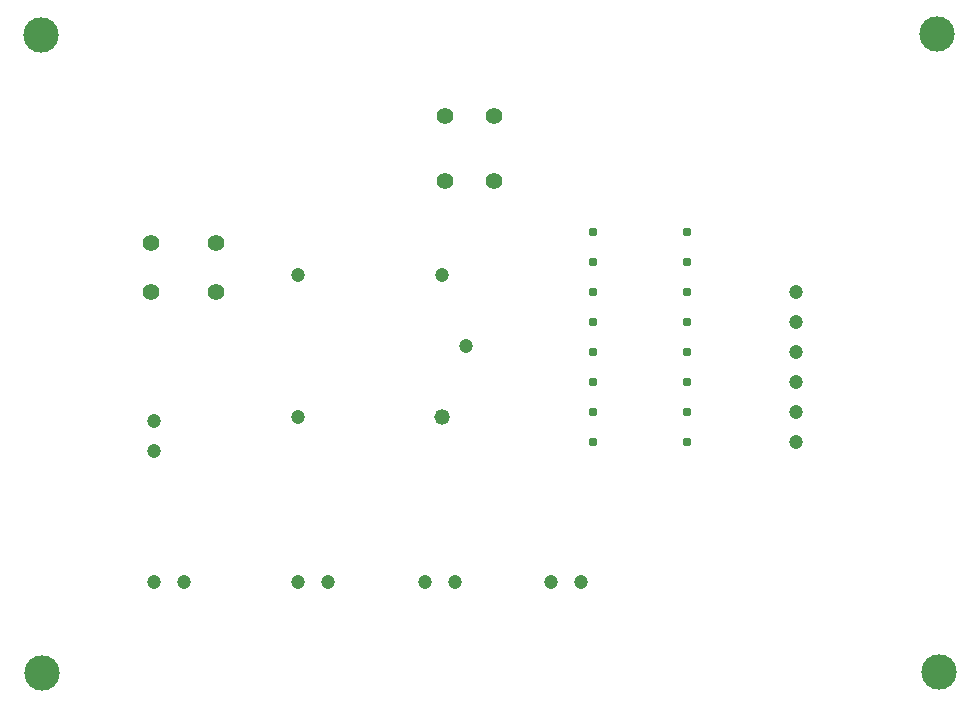
<source format=gbr>
%TF.GenerationSoftware,Altium Limited,Altium Designer,23.1.1 (15)*%
G04 Layer_Color=0*
%FSLAX45Y45*%
%MOMM*%
%TF.SameCoordinates,577F6362-1072-468E-9D62-096A069DAD50*%
%TF.FilePolarity,Positive*%
%TF.FileFunction,Plated,1,2,PTH,Drill*%
%TF.Part,Single*%
G01*
G75*
%TA.AperFunction,ComponentDrill*%
%ADD26C,1.20000*%
%ADD27C,1.32000*%
%ADD28C,1.40000*%
%ADD29C,1.40000*%
%ADD30C,1.20000*%
%ADD31C,0.78000*%
%TA.AperFunction,ViaDrill,NotFilled*%
%ADD32C,3.00000*%
D26*
X3696500Y3663800D02*
D03*
X2476500Y2463800D02*
D03*
Y3663800D02*
D03*
X3896500Y3063800D02*
D03*
X1257300Y2171700D02*
D03*
Y2425700D02*
D03*
D27*
X3696500Y2463800D02*
D03*
D28*
X4140200Y4457700D02*
D03*
Y5007700D02*
D03*
X3720200D02*
D03*
Y4457700D02*
D03*
D29*
X1231900Y3937900D02*
D03*
X1781900D02*
D03*
Y3517900D02*
D03*
X1231900D02*
D03*
D30*
X1511300Y1066800D02*
D03*
X1257300D02*
D03*
X4876800D02*
D03*
X4622800D02*
D03*
X3803650D02*
D03*
X3549650D02*
D03*
X2730500D02*
D03*
X2476500D02*
D03*
X6692500Y2501900D02*
D03*
Y2755900D02*
D03*
Y3263900D02*
D03*
Y2247900D02*
D03*
Y3517900D02*
D03*
Y3009900D02*
D03*
D31*
X5769100Y2247900D02*
D03*
Y2501900D02*
D03*
Y2755900D02*
D03*
Y3009900D02*
D03*
Y3263900D02*
D03*
Y3517900D02*
D03*
Y3771900D02*
D03*
Y4025900D02*
D03*
X4975100D02*
D03*
Y3771900D02*
D03*
Y3517900D02*
D03*
Y3263900D02*
D03*
Y3009900D02*
D03*
Y2755900D02*
D03*
Y2501900D02*
D03*
Y2247900D02*
D03*
D32*
X310000Y290000D02*
D03*
X7907500Y305000D02*
D03*
X302500Y5692500D02*
D03*
X7885000Y5700000D02*
D03*
%TF.MD5,b904c1e8caea68fd0e7ac536346f992c*%
M02*

</source>
